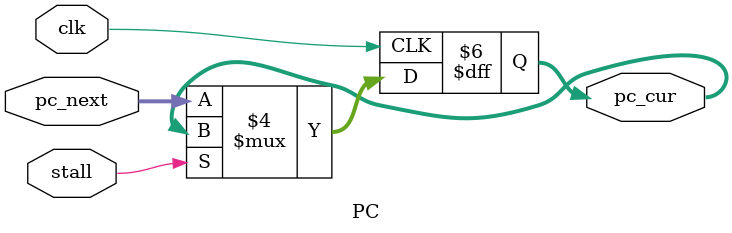
<source format=v>
module PC (
    input clk,
    input stall,
    input [31:0] pc_next,
    output reg [31:0] pc_cur
);
    initial begin
        pc_cur=32'h2ffc;
    end
    always @(posedge clk) begin
        if(stall)
            pc_cur<=pc_cur;
        else
            pc_cur<=pc_next;
    end
endmodule
</source>
